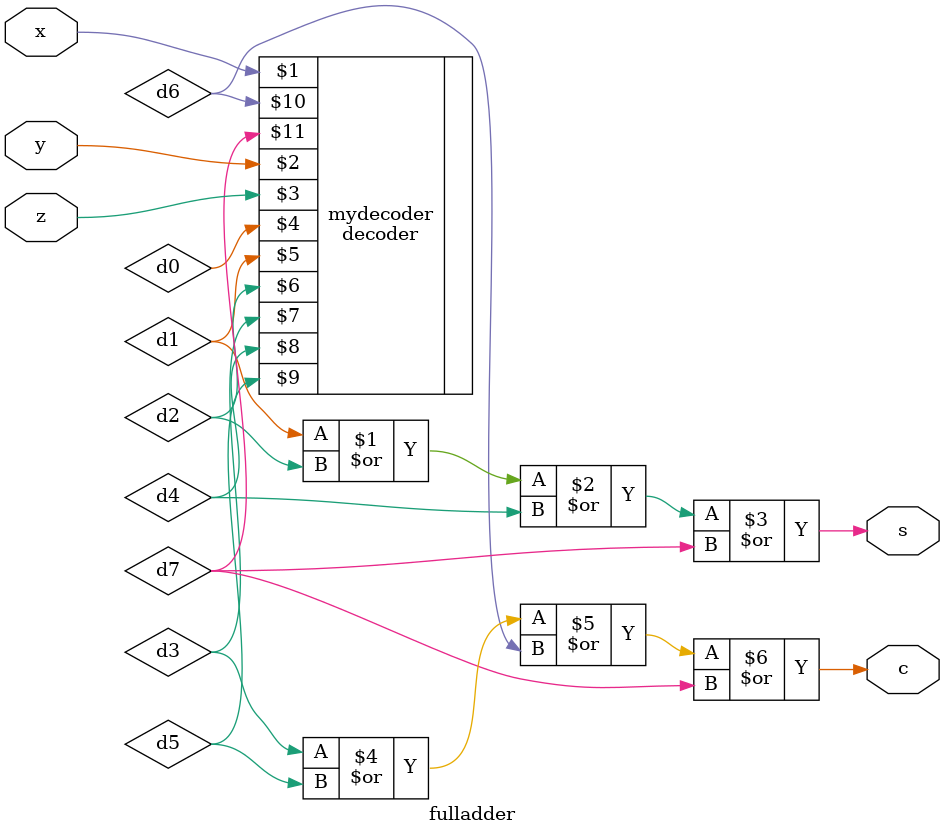
<source format=v>
module fulladder(s,c,x,y,z);
	
	output s,c;
	input x,y,z;
	wire d0,d1,d2,d3,d4,d5,d6,d7;
	decoder mydecoder(x,y,z,d0,d1,d2,d3,d4,d5,d6,d7);
	or(s,d1,d2,d4,d7);
	or(c,d3,d5,d6,d7);
endmodule
</source>
